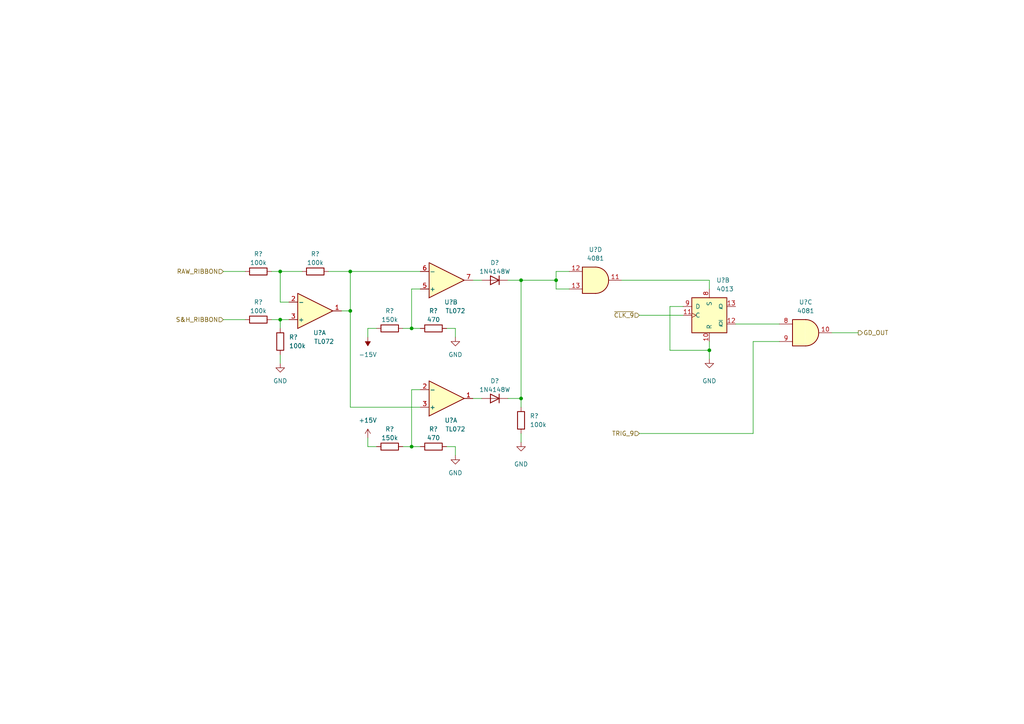
<source format=kicad_sch>
(kicad_sch (version 20211123) (generator eeschema)
  (paper "A4")
  (lib_symbols
    (symbol "4xxx:4013" (pin_names (offset 1.016))
      (property "Reference" "U" (at -7.62 8.89 0))
      (property "Value" "4013" (at -7.62 -8.89 0))
      (symbol "4013_1_1"
        (rectangle (start -5.08 5.08) (end 5.08 -5.08) (stroke (width 0.254)) (fill (type background)))
        (pin output line (at 7.62 2.54 180) (length 2.54) (name "Q") (number "1"))
        (pin output line (at 7.62 -2.54 180) (length 2.54) (name "~{Q}") (number "2"))
        (pin input clock (at -7.62 0 0) (length 2.54) (name "C") (number "3"))
        (pin input line (at 0 -7.62 90) (length 2.54) (name "R") (number "4"))
        (pin input line (at -7.62 2.54 0) (length 2.54) (name "D") (number "5"))
        (pin input line (at 0 7.62 270) (length 2.54) (name "S") (number "6"))
      )
      (symbol "4013_2_1"
        (rectangle (start -5.08 5.08) (end 5.08 -5.08) (stroke (width 0.254)) (fill (type background)))
        (pin input line (at 0 -7.62 90) (length 2.54) (name "R") (number "10"))
        (pin input clock (at -7.62 0 0) (length 2.54) (name "C") (number "11"))
        (pin output line (at 7.62 -2.54 180) (length 2.54) (name "~{Q}") (number "12"))
        (pin output line (at 7.62 2.54 180) (length 2.54) (name "Q") (number "13"))
        (pin input line (at 0 7.62 270) (length 2.54) (name "S") (number "8"))
        (pin input line (at -7.62 2.54 0) (length 2.54) (name "D") (number "9"))
      )
      (symbol "4013_3_0"
        (pin power_in line (at 0 10.16 270) (length 2.54) (name "VDD") (number "14"))
        (pin power_in line (at 0 -10.16 90) (length 2.54) (name "VSS") (number "7"))
      )
      (symbol "4013_3_1"
        (rectangle (start -5.08 7.62) (end 5.08 -7.62) (stroke (width 0.254)) (fill (type background)))
      )
    )
    (symbol "4xxx:4081" (pin_names (offset 1.016))
      (property "Reference" "U" (at 0 1.27 0))
      (property "Value" "4081" (at 0 -1.27 0))
      (symbol "4081_1_1"
        (arc (start 0 -3.81) (mid 3.81 0) (end 0 3.81) (stroke (width 0.254)) (fill (type background)))
        (polyline (pts (xy 0 3.81) (xy -3.81 3.81) (xy -3.81 -3.81) (xy 0 -3.81)) (stroke (width 0.254)) (fill (type background)))
        (pin input line (at -7.62 2.54 0) (length 3.81) (name "~") (number "1"))
        (pin input line (at -7.62 -2.54 0) (length 3.81) (name "~") (number "2"))
        (pin output line (at 7.62 0 180) (length 3.81) (name "~") (number "3"))
      )
      (symbol "4081_1_2"
        (arc (start -3.81 -3.81) (mid -2.589 0) (end -3.81 3.81) (stroke (width 0.254)))
        (arc (start -0.6096 -3.81) (mid 2.1842 -2.5851) (end 3.81 0) (stroke (width 0.254)) (fill (type background)))
        (polyline (pts (xy -3.81 -3.81) (xy -0.635 -3.81)) (stroke (width 0.254)) (fill (type background)))
        (polyline (pts (xy -3.81 3.81) (xy -0.635 3.81)) (stroke (width 0.254)) (fill (type background)))
        (polyline (pts (xy -0.635 3.81) (xy -3.81 3.81) (xy -3.81 3.81) (xy -3.556 3.4036) (xy -3.0226 2.2606) (xy -2.6924 1.0414) (xy -2.6162 -0.254) (xy -2.7686 -1.4986) (xy -3.175 -2.7178) (xy -3.81 -3.81) (xy -3.81 -3.81) (xy -0.635 -3.81)) (stroke (width -25.4)) (fill (type background)))
        (arc (start 3.81 0) (mid 2.1915 2.5936) (end -0.6096 3.81) (stroke (width 0.254)) (fill (type background)))
        (pin input inverted (at -7.62 2.54 0) (length 4.318) (name "~") (number "1"))
        (pin input inverted (at -7.62 -2.54 0) (length 4.318) (name "~") (number "2"))
        (pin output inverted (at 7.62 0 180) (length 3.81) (name "~") (number "3"))
      )
      (symbol "4081_2_1"
        (arc (start 0 -3.81) (mid 3.81 0) (end 0 3.81) (stroke (width 0.254)) (fill (type background)))
        (polyline (pts (xy 0 3.81) (xy -3.81 3.81) (xy -3.81 -3.81) (xy 0 -3.81)) (stroke (width 0.254)) (fill (type background)))
        (pin output line (at 7.62 0 180) (length 3.81) (name "~") (number "4"))
        (pin input line (at -7.62 2.54 0) (length 3.81) (name "~") (number "5"))
        (pin input line (at -7.62 -2.54 0) (length 3.81) (name "~") (number "6"))
      )
      (symbol "4081_2_2"
        (arc (start -3.81 -3.81) (mid -2.589 0) (end -3.81 3.81) (stroke (width 0.254)))
        (arc (start -0.6096 -3.81) (mid 2.1842 -2.5851) (end 3.81 0) (stroke (width 0.254)) (fill (type background)))
        (polyline (pts (xy -3.81 -3.81) (xy -0.635 -3.81)) (stroke (width 0.254)) (fill (type background)))
        (polyline (pts (xy -3.81 3.81) (xy -0.635 3.81)) (stroke (width 0.254)) (fill (type background)))
        (polyline (pts (xy -0.635 3.81) (xy -3.81 3.81) (xy -3.81 3.81) (xy -3.556 3.4036) (xy -3.0226 2.2606) (xy -2.6924 1.0414) (xy -2.6162 -0.254) (xy -2.7686 -1.4986) (xy -3.175 -2.7178) (xy -3.81 -3.81) (xy -3.81 -3.81) (xy -0.635 -3.81)) (stroke (width -25.4)) (fill (type background)))
        (arc (start 3.81 0) (mid 2.1915 2.5936) (end -0.6096 3.81) (stroke (width 0.254)) (fill (type background)))
        (pin output inverted (at 7.62 0 180) (length 3.81) (name "~") (number "4"))
        (pin input inverted (at -7.62 2.54 0) (length 4.318) (name "~") (number "5"))
        (pin input inverted (at -7.62 -2.54 0) (length 4.318) (name "~") (number "6"))
      )
      (symbol "4081_3_1"
        (arc (start 0 -3.81) (mid 3.81 0) (end 0 3.81) (stroke (width 0.254)) (fill (type background)))
        (polyline (pts (xy 0 3.81) (xy -3.81 3.81) (xy -3.81 -3.81) (xy 0 -3.81)) (stroke (width 0.254)) (fill (type background)))
        (pin output line (at 7.62 0 180) (length 3.81) (name "~") (number "10"))
        (pin input line (at -7.62 2.54 0) (length 3.81) (name "~") (number "8"))
        (pin input line (at -7.62 -2.54 0) (length 3.81) (name "~") (number "9"))
      )
      (symbol "4081_3_2"
        (arc (start -3.81 -3.81) (mid -2.589 0) (end -3.81 3.81) (stroke (width 0.254)))
        (arc (start -0.6096 -3.81) (mid 2.1842 -2.5851) (end 3.81 0) (stroke (width 0.254)) (fill (type background)))
        (polyline (pts (xy -3.81 -3.81) (xy -0.635 -3.81)) (stroke (width 0.254)) (fill (type background)))
        (polyline (pts (xy -3.81 3.81) (xy -0.635 3.81)) (stroke (width 0.254)) (fill (type background)))
        (polyline (pts (xy -0.635 3.81) (xy -3.81 3.81) (xy -3.81 3.81) (xy -3.556 3.4036) (xy -3.0226 2.2606) (xy -2.6924 1.0414) (xy -2.6162 -0.254) (xy -2.7686 -1.4986) (xy -3.175 -2.7178) (xy -3.81 -3.81) (xy -3.81 -3.81) (xy -0.635 -3.81)) (stroke (width -25.4)) (fill (type background)))
        (arc (start 3.81 0) (mid 2.1915 2.5936) (end -0.6096 3.81) (stroke (width 0.254)) (fill (type background)))
        (pin output inverted (at 7.62 0 180) (length 3.81) (name "~") (number "10"))
        (pin input inverted (at -7.62 2.54 0) (length 4.318) (name "~") (number "8"))
        (pin input inverted (at -7.62 -2.54 0) (length 4.318) (name "~") (number "9"))
      )
      (symbol "4081_4_1"
        (arc (start 0 -3.81) (mid 3.81 0) (end 0 3.81) (stroke (width 0.254)) (fill (type background)))
        (polyline (pts (xy 0 3.81) (xy -3.81 3.81) (xy -3.81 -3.81) (xy 0 -3.81)) (stroke (width 0.254)) (fill (type background)))
        (pin output line (at 7.62 0 180) (length 3.81) (name "~") (number "11"))
        (pin input line (at -7.62 2.54 0) (length 3.81) (name "~") (number "12"))
        (pin input line (at -7.62 -2.54 0) (length 3.81) (name "~") (number "13"))
      )
      (symbol "4081_4_2"
        (arc (start -3.81 -3.81) (mid -2.589 0) (end -3.81 3.81) (stroke (width 0.254)))
        (arc (start -0.6096 -3.81) (mid 2.1842 -2.5851) (end 3.81 0) (stroke (width 0.254)) (fill (type background)))
        (polyline (pts (xy -3.81 -3.81) (xy -0.635 -3.81)) (stroke (width 0.254)) (fill (type background)))
        (polyline (pts (xy -3.81 3.81) (xy -0.635 3.81)) (stroke (width 0.254)) (fill (type background)))
        (polyline (pts (xy -0.635 3.81) (xy -3.81 3.81) (xy -3.81 3.81) (xy -3.556 3.4036) (xy -3.0226 2.2606) (xy -2.6924 1.0414) (xy -2.6162 -0.254) (xy -2.7686 -1.4986) (xy -3.175 -2.7178) (xy -3.81 -3.81) (xy -3.81 -3.81) (xy -0.635 -3.81)) (stroke (width -25.4)) (fill (type background)))
        (arc (start 3.81 0) (mid 2.1915 2.5936) (end -0.6096 3.81) (stroke (width 0.254)) (fill (type background)))
        (pin output inverted (at 7.62 0 180) (length 3.81) (name "~") (number "11"))
        (pin input inverted (at -7.62 2.54 0) (length 4.318) (name "~") (number "12"))
        (pin input inverted (at -7.62 -2.54 0) (length 4.318) (name "~") (number "13"))
      )
      (symbol "4081_5_0"
        (pin power_in line (at 0 12.7 270) (length 5.08) (name "VDD") (number "14"))
        (pin power_in line (at 0 -12.7 90) (length 5.08) (name "VSS") (number "7"))
      )
      (symbol "4081_5_1"
        (rectangle (start -5.08 7.62) (end 5.08 -7.62) (stroke (width 0.254)) (fill (type background)))
      )
    )
    (symbol "Amplifier_Operational:TL072" (pin_names (offset 0.127))
      (property "Reference" "U" (at 0 5.08 0))
      (property "Value" "TL072" (at 0 -5.08 0))
      (symbol "TL072_1_1"
        (polyline (pts (xy -5.08 5.08) (xy 5.08 0) (xy -5.08 -5.08) (xy -5.08 5.08)) (stroke (width 0.254)) (fill (type background)))
        (pin output line (at 7.62 0 180) (length 2.54) (name "~") (number "1"))
        (pin input line (at -7.62 -2.54 0) (length 2.54) (name "-") (number "2"))
        (pin input line (at -7.62 2.54 0) (length 2.54) (name "+") (number "3"))
      )
      (symbol "TL072_2_1"
        (polyline (pts (xy -5.08 5.08) (xy 5.08 0) (xy -5.08 -5.08) (xy -5.08 5.08)) (stroke (width 0.254)) (fill (type background)))
        (pin input line (at -7.62 2.54 0) (length 2.54) (name "+") (number "5"))
        (pin input line (at -7.62 -2.54 0) (length 2.54) (name "-") (number "6"))
        (pin output line (at 7.62 0 180) (length 2.54) (name "~") (number "7"))
      )
      (symbol "TL072_3_1"
        (pin power_in line (at -2.54 -7.62 90) (length 3.81) (name "V-") (number "4"))
        (pin power_in line (at -2.54 7.62 270) (length 3.81) (name "V+") (number "8"))
      )
    )
    (symbol "Device:R" (pin_numbers hide) (pin_names (offset 0))
      (property "Reference" "R" (at 2.032 0 90))
      (property "Value" "R" (at 0 0 90))
      (symbol "R_0_1"
        (rectangle (start -1.016 -2.54) (end 1.016 2.54) (stroke (width 0.254)))
      )
      (symbol "R_1_1"
        (pin passive line (at 0 3.81 270) (length 1.27) (name "~") (number "1"))
        (pin passive line (at 0 -3.81 90) (length 1.27) (name "~") (number "2"))
      )
    )
    (symbol "Diode:1N4148W" (pin_numbers hide) (pin_names (offset 1.016) hide)
      (property "Reference" "D" (at 0 2.54 0))
      (property "Value" "1N4148W" (at 0 -2.54 0))
      (symbol "1N4148W_0_1"
        (polyline (pts (xy -1.27 1.27) (xy -1.27 -1.27)) (stroke (width 0.254)))
        (polyline (pts (xy 1.27 0) (xy -1.27 0)))
        (polyline (pts (xy 1.27 1.27) (xy 1.27 -1.27) (xy -1.27 0) (xy 1.27 1.27)) (stroke (width 0.254)))
      )
      (symbol "1N4148W_1_1"
        (pin passive line (at -3.81 0 0) (length 2.54) (name "K") (number "1"))
        (pin passive line (at 3.81 0 180) (length 2.54) (name "A") (number "2"))
      )
    )
    (symbol "power:+15V" (power) (pin_names (offset 0))
      (property "Value" "+15V" (at 0 3.556 0))
      (symbol "+15V_0_1"
        (polyline (pts (xy -0.762 1.27) (xy 0 2.54)))
        (polyline (pts (xy 0 0) (xy 0 2.54)))
        (polyline (pts (xy 0 2.54) (xy 0.762 1.27)))
      )
      (symbol "+15V_1_1"
        (pin power_in line (at 0 0 90) (length 0) hide (name "+15V") (number "1"))
      )
    )
    (symbol "power:-15V" (power) (pin_names (offset 0))
      (property "Value" "-15V" (at 0 3.81 0))
      (symbol "-15V_0_0"
        (pin power_in line (at 0 0 90) (length 0) hide (name "-15V") (number "1"))
      )
      (symbol "-15V_0_1"
        (polyline (pts (xy 0 0) (xy 0 1.27) (xy 0.762 1.27) (xy 0 2.54) (xy -0.762 1.27) (xy 0 1.27)) (fill (type outline)))
      )
    )
    (symbol "power:GND" (power) (pin_names (offset 0))
      (property "Value" "GND" (at 0 -3.81 0))
      (symbol "GND_0_1"
        (polyline (pts (xy 0 0) (xy 0 -1.27) (xy 1.27 -1.27) (xy 0 -2.54) (xy -1.27 -1.27) (xy 0 -1.27)))
      )
      (symbol "GND_1_1"
        (pin power_in line (at 0 0 270) (length 0) hide (name "GND") (number "1"))
      )
    )
  )
  (junction (at 119.38 129.54))
  (junction (at 151.13 115.57))
  (junction (at 119.38 95.25))
  (junction (at 101.6 90.17))
  (junction (at 81.28 92.71))
  (junction (at 81.28 78.74))
  (junction (at 151.13 81.28))
  (junction (at 101.6 78.74))
  (junction (at 205.74 101.6))
  (junction (at 161.29 81.28))
  (wire (pts (xy 81.28 78.74) (xy 87.63 78.74)))
  (wire (pts (xy 101.6 90.17) (xy 101.6 78.74)))
  (wire (pts (xy 78.74 78.74) (xy 81.28 78.74)))
  (wire (pts (xy 78.74 92.71) (xy 81.28 92.71)))
  (wire (pts (xy 83.82 87.63) (xy 81.28 87.63)))
  (wire (pts (xy 106.68 95.25) (xy 109.22 95.25)))
  (wire (pts (xy 151.13 125.73) (xy 151.13 128.27)))
  (wire (pts (xy 101.6 118.11) (xy 101.6 90.17)))
  (wire (pts (xy 101.6 78.74) (xy 95.25 78.74)))
  (wire (pts (xy 132.08 97.79) (xy 132.08 95.25)))
  (wire (pts (xy 198.12 88.9) (xy 194.31 88.9)))
  (wire (pts (xy 81.28 87.63) (xy 81.28 78.74)))
  (wire (pts (xy 151.13 115.57) (xy 151.13 81.28)))
  (wire (pts (xy 151.13 81.28) (xy 147.32 81.28)))
  (wire (pts (xy 119.38 83.82) (xy 119.38 95.25)))
  (wire (pts (xy 106.68 97.79) (xy 106.68 95.25)))
  (wire (pts (xy 121.92 83.82) (xy 119.38 83.82)))
  (wire (pts (xy 218.44 125.73) (xy 218.44 99.06)))
  (wire (pts (xy 213.36 93.98) (xy 226.06 93.98)))
  (wire (pts (xy 121.92 113.03) (xy 119.38 113.03)))
  (wire (pts (xy 119.38 95.25) (xy 116.84 95.25)))
  (wire (pts (xy 161.29 83.82) (xy 161.29 81.28)))
  (wire (pts (xy 137.16 115.57) (xy 139.7 115.57)))
  (wire (pts (xy 132.08 95.25) (xy 129.54 95.25)))
  (wire (pts (xy 132.08 129.54) (xy 129.54 129.54)))
  (wire (pts (xy 205.74 83.82) (xy 205.74 81.28)))
  (wire (pts (xy 132.08 132.08) (xy 132.08 129.54)))
  (wire (pts (xy 161.29 81.28) (xy 161.29 78.74)))
  (wire (pts (xy 116.84 129.54) (xy 119.38 129.54)))
  (wire (pts (xy 147.32 115.57) (xy 151.13 115.57)))
  (wire (pts (xy 151.13 118.11) (xy 151.13 115.57)))
  (wire (pts (xy 205.74 81.28) (xy 180.34 81.28)))
  (wire (pts (xy 241.3 96.52) (xy 248.92 96.52)))
  (wire (pts (xy 185.42 91.44) (xy 198.12 91.44)))
  (wire (pts (xy 218.44 99.06) (xy 226.06 99.06)))
  (wire (pts (xy 185.42 125.73) (xy 218.44 125.73)))
  (wire (pts (xy 194.31 88.9) (xy 194.31 101.6)))
  (wire (pts (xy 106.68 127) (xy 106.68 129.54)))
  (wire (pts (xy 165.1 83.82) (xy 161.29 83.82)))
  (wire (pts (xy 205.74 101.6) (xy 205.74 104.14)))
  (wire (pts (xy 64.77 78.74) (xy 71.12 78.74)))
  (wire (pts (xy 64.77 92.71) (xy 71.12 92.71)))
  (wire (pts (xy 81.28 92.71) (xy 83.82 92.71)))
  (wire (pts (xy 121.92 95.25) (xy 119.38 95.25)))
  (wire (pts (xy 161.29 78.74) (xy 165.1 78.74)))
  (wire (pts (xy 119.38 129.54) (xy 121.92 129.54)))
  (wire (pts (xy 121.92 118.11) (xy 101.6 118.11)))
  (wire (pts (xy 194.31 101.6) (xy 205.74 101.6)))
  (wire (pts (xy 137.16 81.28) (xy 139.7 81.28)))
  (wire (pts (xy 81.28 92.71) (xy 81.28 95.25)))
  (wire (pts (xy 81.28 102.87) (xy 81.28 105.41)))
  (wire (pts (xy 99.06 90.17) (xy 101.6 90.17)))
  (wire (pts (xy 101.6 78.74) (xy 121.92 78.74)))
  (wire (pts (xy 106.68 129.54) (xy 109.22 129.54)))
  (wire (pts (xy 151.13 81.28) (xy 161.29 81.28)))
  (wire (pts (xy 205.74 101.6) (xy 205.74 99.06)))
  (wire (pts (xy 119.38 113.03) (xy 119.38 129.54)))
  (hierarchical_label "S&H_RIBBON" (shape input) (at 64.77 92.71 180))
  (hierarchical_label "TRIG_9" (shape input) (at 185.42 125.73 180))
  (hierarchical_label "~{CLK_9}" (shape input) (at 185.42 91.44 180))
  (hierarchical_label "GD_OUT" (shape output) (at 248.92 96.52 0))
  (hierarchical_label "RAW_RIBBON" (shape input) (at 64.77 78.74 180))
  (symbol (lib_id "Amplifier_Operational:TL072") (at 91.44 90.17 0) (mirror x) (unit 1)
    (property "Reference" "U?" (at 92.71 96.52 0))
    (property "Value" "TL072" (at 93.98 99.06 0))
    (property "Datasheet" "http://www.ti.com/lit/ds/symlink/tl071.pdf" (effects hide))
  )
  (symbol (lib_id "power:GND") (at 132.08 132.08 0) (unit 1)
    (property "Reference" "#PWR?" (effects hide))
    (property "Value" "GND" (at 132.08 137.16 0))
  )
  (symbol (lib_id "Device:R") (at 125.73 95.25 270) (mirror x) (unit 1)
    (property "Reference" "R?" (at 125.73 90.17 90))
    (property "Value" "470" (at 125.73 92.71 90))
  )
  (symbol (lib_id "Device:R") (at 74.93 78.74 90) (unit 1)
    (property "Reference" "R?" (at 74.93 73.66 90))
    (property "Value" "100k" (at 74.93 76.2 90))
  )
  (symbol (lib_id "Device:R") (at 151.13 121.92 0) (unit 1)
    (property "Reference" "R?" (at 153.67 120.6499 0) (effects (justify left)))
    (property "Value" "100k" (at 153.67 123.1899 0) (effects (justify left)))
  )
  (symbol (lib_id "power:GND") (at 205.74 104.14 0) (unit 1)
    (property "Reference" "#PWR?" (effects hide))
    (property "Value" "GND" (at 205.74 110.49 0))
  )
  (symbol (lib_id "Device:R") (at 113.03 95.25 270) (mirror x) (unit 1)
    (property "Reference" "R?" (at 113.03 90.17 90))
    (property "Value" "150k" (at 113.03 92.71 90))
  )
  (symbol (lib_id "power:GND") (at 81.28 105.41 0) (unit 1)
    (property "Reference" "#PWR?" (effects hide))
    (property "Value" "GND" (at 81.28 110.49 0))
  )
  (symbol (lib_id "4xxx:4081") (at 172.72 81.28 0) (unit 4)
    (property "Reference" "U?" (at 172.72 72.39 0))
    (property "Value" "4081" (at 172.72 74.93 0))
    (property "Datasheet" "http://www.intersil.com/content/dam/Intersil/documents/cd40/cd4073bms-81bms-82bms.pdf" (effects hide))
  )
  (symbol (lib_id "power:GND") (at 132.08 97.79 0) (mirror y) (unit 1)
    (property "Reference" "#PWR?" (effects hide))
    (property "Value" "GND" (at 132.08 102.87 0))
  )
  (symbol (lib_id "Amplifier_Operational:TL072") (at 129.54 81.28 0) (mirror x) (unit 2)
    (property "Reference" "U?" (at 130.81 87.63 0))
    (property "Value" "TL072" (at 132.08 90.17 0))
    (property "Datasheet" "http://www.ti.com/lit/ds/symlink/tl071.pdf" (effects hide))
  )
  (symbol (lib_id "Device:R") (at 125.73 129.54 90) (unit 1)
    (property "Reference" "R?" (at 125.73 124.46 90))
    (property "Value" "470" (at 125.73 127 90))
  )
  (symbol (lib_id "Device:R") (at 113.03 129.54 90) (unit 1)
    (property "Reference" "R?" (at 113.03 124.46 90))
    (property "Value" "150k" (at 113.03 127 90))
  )
  (symbol (lib_id "power:-15V") (at 106.68 97.79 0) (mirror x) (unit 1)
    (property "Reference" "#PWR?" (effects hide))
    (property "Value" "-15V" (at 106.68 102.87 0))
  )
  (symbol (lib_id "Amplifier_Operational:TL072") (at 129.54 115.57 0) (mirror x) (unit 1)
    (property "Reference" "U?" (at 130.81 121.92 0))
    (property "Value" "TL072" (at 132.08 124.46 0))
    (property "Datasheet" "http://www.ti.com/lit/ds/symlink/tl071.pdf" (effects hide))
  )
  (symbol (lib_id "Device:R") (at 91.44 78.74 90) (unit 1)
    (property "Reference" "R?" (at 91.44 73.66 90))
    (property "Value" "100k" (at 91.44 76.2 90))
  )
  (symbol (lib_id "Device:R") (at 81.28 99.06 0) (unit 1)
    (property "Reference" "R?" (at 83.82 97.7899 0) (effects (justify left)))
    (property "Value" "100k" (at 83.82 100.3299 0) (effects (justify left)))
  )
  (symbol (lib_id "Device:R") (at 74.93 92.71 90) (unit 1)
    (property "Reference" "R?" (at 74.93 87.63 90))
    (property "Value" "100k" (at 74.93 90.17 90))
  )
  (symbol (lib_id "Diode:1N4148W") (at 143.51 81.28 180) (unit 1)
    (property "Reference" "D?" (at 143.51 76.2 0))
    (property "Value" "1N4148W" (at 143.51 78.74 0))
    (property "Footprint" "Diode_SMD:D_SOD-123" (effects hide))
    (property "Datasheet" "https://www.vishay.com/docs/85748/1n4148w.pdf" (effects hide))
  )
  (symbol (lib_id "4xxx:4013") (at 205.74 91.44 0) (unit 2)
    (property "Reference" "U?" (at 207.7594 81.28 0) (effects (justify left)))
    (property "Value" "4013" (at 207.7594 83.82 0) (effects (justify left)))
    (property "Datasheet" "http://www.onsemi.com/pub/Collateral/MC14013B-D.PDF" (effects hide))
  )
  (symbol (lib_id "power:GND") (at 151.13 128.27 0) (unit 1)
    (property "Reference" "#PWR?" (effects hide))
    (property "Value" "GND" (at 151.13 134.62 0))
  )
  (symbol (lib_id "4xxx:4081") (at 233.68 96.52 0) (unit 3)
    (property "Reference" "U?" (at 233.68 87.63 0))
    (property "Value" "4081" (at 233.68 90.17 0))
    (property "Datasheet" "http://www.intersil.com/content/dam/Intersil/documents/cd40/cd4073bms-81bms-82bms.pdf" (effects hide))
  )
  (symbol (lib_id "power:+15V") (at 106.68 127 0) (unit 1)
    (property "Reference" "#PWR?" (effects hide))
    (property "Value" "+15V" (at 106.68 121.92 0))
  )
  (symbol (lib_id "Diode:1N4148W") (at 143.51 115.57 180) (unit 1)
    (property "Reference" "D?" (at 143.51 110.49 0))
    (property "Value" "1N4148W" (at 143.51 113.03 0))
    (property "Footprint" "Diode_SMD:D_SOD-123" (effects hide))
    (property "Datasheet" "https://www.vishay.com/docs/85748/1n4148w.pdf" (effects hide))
  )
)
</source>
